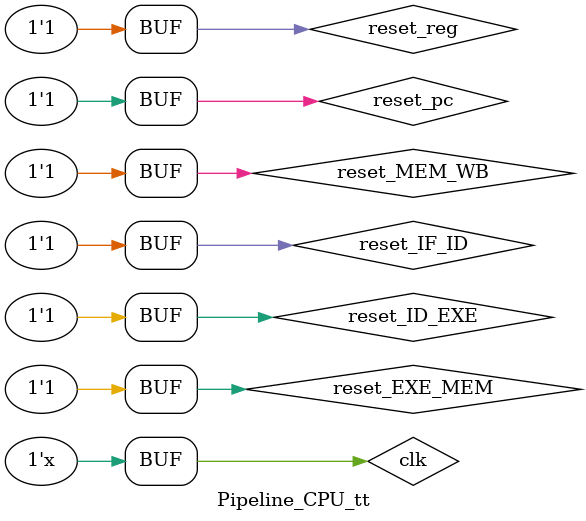
<source format=v>
`timescale 1ns / 1ps


module Pipeline_CPU_tt;

	// Inputs
	reg clk;
	reg reset_pc;
	reg reset_reg;
	reg reset_IF_ID;
	reg reset_ID_EXE;
	reg reset_EXE_MEM;
	reg reset_MEM_WB;

	// Outputs
	wire [31:0] result;

	// Instantiate the Unit Under Test (UUT)
	Pipeline_CPU uut (
		.clk(clk), 
		.reset_pc(reset_pc), 
		.reset_reg(reset_reg), 
		.reset_IF_ID(reset_IF_ID), 
		.reset_ID_EXE(reset_ID_EXE), 
		.reset_EXE_MEM(reset_EXE_MEM), 
		.reset_MEM_WB(reset_MEM_WB), 
		.result(result)
	);

	initial begin
		// Initialize Inputs
		clk = 0;
		reset_pc = 0;
		reset_reg = 0;
		reset_IF_ID = 0;
		reset_ID_EXE = 0;
		reset_EXE_MEM = 0;
		reset_MEM_WB = 0;

		// Wait 20 ns for global reset to finish
		#50;
      reset_pc = 1;
		reset_reg = 1;
		reset_IF_ID = 1;
		reset_ID_EXE = 1;
		reset_EXE_MEM = 1;
		reset_MEM_WB = 1;
		
		// Add stimulus here

	end
always #25 clk = ~clk;
endmodule


</source>
